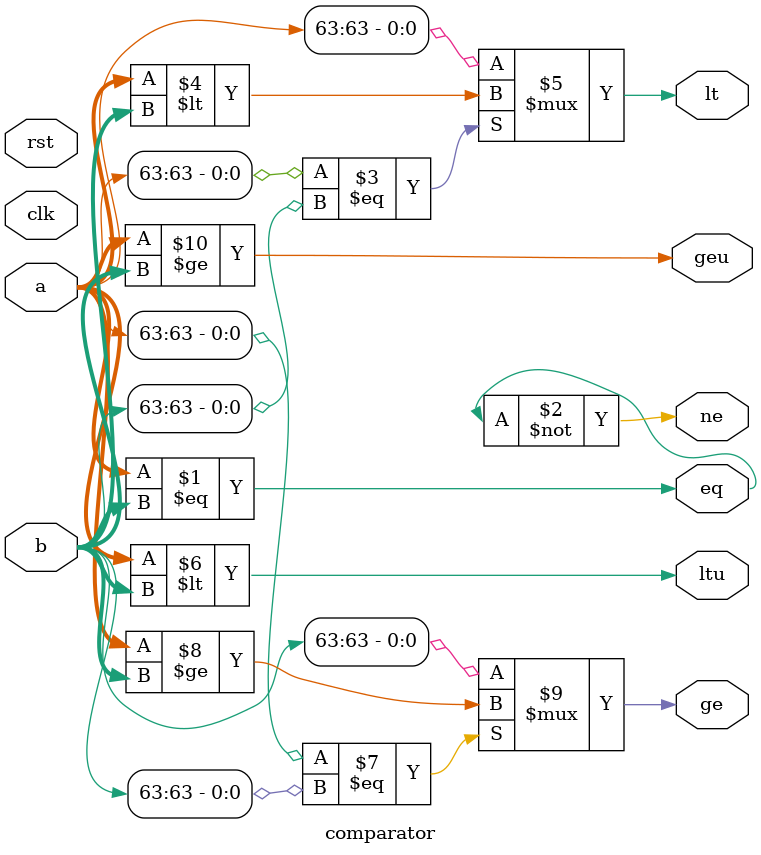
<source format=sv>
module comparator
(
    input clk,
    input rst,
    input [63:0] a,
    input [63:0] b,
    output logic eq,
    output logic ne,
    output logic lt,
    output logic ltu,
    output logic ge,
    output logic geu
);

// Comparison operations.
assign eq = (a == b);
assign ne = ~eq;
assign lt = (a[63] == b[63]) ? a < b : a[63];
assign ltu = a < b;
assign ge = (a[63] == b[63]) ? a >= b : b[63];
assign geu = a >= b;

endmodule

</source>
